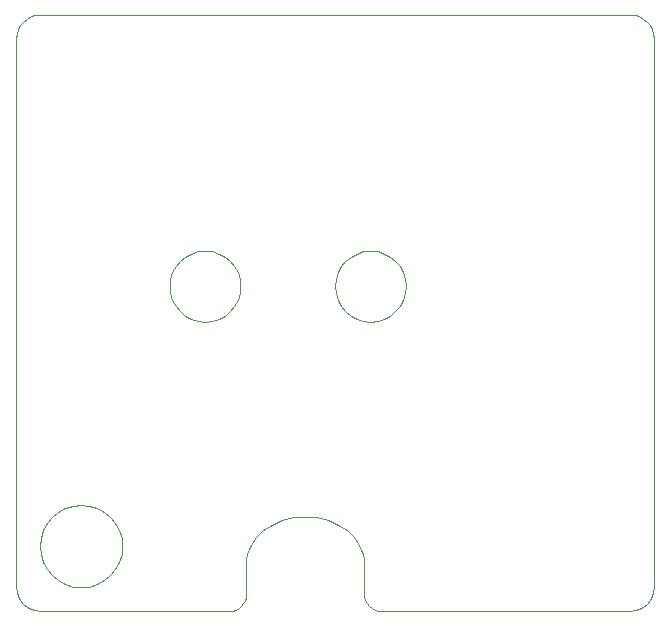
<source format=gbr>
%TF.GenerationSoftware,KiCad,Pcbnew,(5.1.12)-1*%
%TF.CreationDate,2022-08-25T11:39:19-06:00*%
%TF.ProjectId,SpritePCB,53707269-7465-4504-9342-2e6b69636164,rev?*%
%TF.SameCoordinates,Original*%
%TF.FileFunction,Profile,NP*%
%FSLAX46Y46*%
G04 Gerber Fmt 4.6, Leading zero omitted, Abs format (unit mm)*
G04 Created by KiCad (PCBNEW (5.1.12)-1) date 2022-08-25 11:39:19*
%MOMM*%
%LPD*%
G01*
G04 APERTURE LIST*
%TA.AperFunction,Profile*%
%ADD10C,0.018000*%
%TD*%
G04 APERTURE END LIST*
D10*
X45999960Y-59453700D02*
X45999960Y-59453700D01*
X45395678Y-59514700D02*
X45999960Y-59453700D01*
X44832699Y-59689633D02*
X45395678Y-59514700D01*
X44323125Y-59966391D02*
X44832699Y-59689633D01*
X43879061Y-60332872D02*
X44323125Y-59966391D01*
X43512609Y-60776969D02*
X43879061Y-60332872D01*
X43235873Y-61286578D02*
X43512609Y-60776969D01*
X43060955Y-61849593D02*
X43235873Y-61286578D01*
X42999960Y-62453910D02*
X43060955Y-61849593D01*
X43060955Y-63058200D02*
X42999960Y-62453910D01*
X43235873Y-63621183D02*
X43060955Y-63058200D01*
X43512609Y-64130757D02*
X43235873Y-63621183D01*
X43879061Y-64574819D02*
X43512609Y-64130757D01*
X44323125Y-64941268D02*
X43879061Y-64574819D01*
X44832699Y-65218001D02*
X44323125Y-64941268D01*
X45395678Y-65392915D02*
X44832699Y-65218001D01*
X45999960Y-65453910D02*
X45395678Y-65392915D01*
X46604241Y-65392915D02*
X45999960Y-65453910D01*
X47167220Y-65218001D02*
X46604241Y-65392915D01*
X47676794Y-64941268D02*
X47167220Y-65218001D01*
X48120858Y-64574819D02*
X47676794Y-64941268D01*
X48487310Y-64130757D02*
X48120858Y-64574819D01*
X48764046Y-63621183D02*
X48487310Y-64130757D01*
X48938964Y-63058200D02*
X48764046Y-63621183D01*
X48999960Y-62453910D02*
X48938964Y-63058200D01*
X48938964Y-61849593D02*
X48999960Y-62453910D01*
X48764046Y-61286578D02*
X48938964Y-61849593D01*
X48487310Y-60776969D02*
X48764046Y-61286578D01*
X48120858Y-60332872D02*
X48487310Y-60776969D01*
X47676794Y-59966391D02*
X48120858Y-60332872D01*
X47167220Y-59689633D02*
X47676794Y-59966391D01*
X46604241Y-59514700D02*
X47167220Y-59689633D01*
X45999960Y-59453700D02*
X46604241Y-59514700D01*
X60000000Y-59453700D02*
X60000000Y-59453700D01*
X59395718Y-59514700D02*
X60000000Y-59453700D01*
X58832739Y-59689633D02*
X59395718Y-59514700D01*
X58323165Y-59966391D02*
X58832739Y-59689633D01*
X57879101Y-60332872D02*
X58323165Y-59966391D01*
X57512649Y-60776969D02*
X57879101Y-60332872D01*
X57235913Y-61286578D02*
X57512649Y-60776969D01*
X57060995Y-61849593D02*
X57235913Y-61286578D01*
X57000000Y-62453910D02*
X57060995Y-61849593D01*
X57060995Y-63058200D02*
X57000000Y-62453910D01*
X57235913Y-63621183D02*
X57060995Y-63058200D01*
X57512649Y-64130757D02*
X57235913Y-63621183D01*
X57879101Y-64574819D02*
X57512649Y-64130757D01*
X58323165Y-64941268D02*
X57879101Y-64574819D01*
X58832739Y-65218001D02*
X58323165Y-64941268D01*
X59395718Y-65392915D02*
X58832739Y-65218001D01*
X60000000Y-65453910D02*
X59395718Y-65392915D01*
X60604273Y-65392915D02*
X60000000Y-65453910D01*
X61167248Y-65218001D02*
X60604273Y-65392915D01*
X61676821Y-64941268D02*
X61167248Y-65218001D01*
X62120887Y-64574819D02*
X61676821Y-64941268D01*
X62487342Y-64130757D02*
X62120887Y-64574819D01*
X62764082Y-63621183D02*
X62487342Y-64130757D01*
X62939003Y-63058200D02*
X62764082Y-63621183D01*
X63000000Y-62453910D02*
X62939003Y-63058200D01*
X62939003Y-61849593D02*
X63000000Y-62453910D01*
X62764082Y-61286578D02*
X62939003Y-61849593D01*
X62487342Y-60776969D02*
X62764082Y-61286578D01*
X62120887Y-60332872D02*
X62487342Y-60776969D01*
X61676821Y-59966391D02*
X62120887Y-60332872D01*
X61167248Y-59689633D02*
X61676821Y-59966391D01*
X60604273Y-59514700D02*
X61167248Y-59689633D01*
X60000000Y-59453700D02*
X60604273Y-59514700D01*
X35500020Y-80953830D02*
X35500020Y-80953830D01*
X34795002Y-81024993D02*
X35500020Y-80953830D01*
X34138179Y-81229070D02*
X34795002Y-81024993D01*
X33543672Y-81551937D02*
X34138179Y-81229070D01*
X33025597Y-81979473D02*
X33543672Y-81551937D01*
X32598074Y-82497557D02*
X33025597Y-81979473D01*
X32275220Y-83092065D02*
X32598074Y-82497557D01*
X32071154Y-83748877D02*
X32275220Y-83092065D01*
X31999995Y-84453870D02*
X32071154Y-83748877D01*
X32071154Y-85158862D02*
X31999995Y-84453870D01*
X32275220Y-85815671D02*
X32071154Y-85158862D01*
X32598074Y-86410177D02*
X32275220Y-85815671D01*
X33025597Y-86928257D02*
X32598074Y-86410177D01*
X33543672Y-87355790D02*
X33025597Y-86928257D01*
X34138179Y-87678654D02*
X33543672Y-87355790D01*
X34795002Y-87882729D02*
X34138179Y-87678654D01*
X35500020Y-87953892D02*
X34795002Y-87882729D01*
X36205008Y-87882729D02*
X35500020Y-87953892D01*
X36861810Y-87678654D02*
X36205008Y-87882729D01*
X37456304Y-87355790D02*
X36861810Y-87678654D01*
X37974371Y-86928257D02*
X37456304Y-87355790D01*
X38401890Y-86410177D02*
X37974371Y-86928257D01*
X38724744Y-85815671D02*
X38401890Y-86410177D01*
X38928810Y-85158862D02*
X38724744Y-85815671D01*
X38999970Y-84453870D02*
X38928810Y-85158862D01*
X38928810Y-83748877D02*
X38999970Y-84453870D01*
X38724744Y-83092065D02*
X38928810Y-83748877D01*
X38401890Y-82497557D02*
X38724744Y-83092065D01*
X37974371Y-81979473D02*
X38401890Y-82497557D01*
X37456304Y-81551937D02*
X37974371Y-81979473D01*
X36861810Y-81229070D02*
X37456304Y-81551937D01*
X36205008Y-81024993D02*
X36861810Y-81229070D01*
X35500020Y-80953830D02*
X36205008Y-81024993D01*
X49473330Y-88502784D02*
X49473330Y-88502784D01*
X49473330Y-85955160D02*
X49473330Y-88502784D01*
X49473389Y-85929330D02*
X49473330Y-85955160D01*
X49502180Y-85522992D02*
X49473389Y-85929330D01*
X49580378Y-85128423D02*
X49502180Y-85522992D01*
X49705493Y-84747619D02*
X49580378Y-85128423D01*
X49875035Y-84382571D02*
X49705493Y-84747619D01*
X50337446Y-83707717D02*
X49875035Y-84382571D01*
X50947691Y-83119807D02*
X50337446Y-83707717D01*
X51685852Y-82634787D02*
X50947691Y-83119807D01*
X52532013Y-82268602D02*
X51685852Y-82634787D01*
X53466254Y-82037198D02*
X52532013Y-82268602D01*
X54468660Y-81956520D02*
X53466254Y-82037198D01*
X55474863Y-82037818D02*
X54468660Y-81956520D01*
X56412289Y-82270959D02*
X55474863Y-82037818D01*
X57260785Y-82639812D02*
X56412289Y-82270959D01*
X58000200Y-83128245D02*
X57260785Y-82639812D01*
X58610379Y-83720127D02*
X58000200Y-83128245D01*
X59071172Y-84399328D02*
X58610379Y-83720127D01*
X59239251Y-84766632D02*
X59071172Y-84399328D01*
X59362427Y-85149716D02*
X59239251Y-84766632D01*
X59438179Y-85546564D02*
X59362427Y-85149716D01*
X59463990Y-85955160D02*
X59438179Y-85546564D01*
X59463990Y-88453848D02*
X59463990Y-85955160D01*
X59494466Y-88756161D02*
X59463990Y-88453848D01*
X59581871Y-89037736D02*
X59494466Y-88756161D01*
X59720171Y-89292539D02*
X59581871Y-89037736D01*
X59903332Y-89514540D02*
X59720171Y-89292539D01*
X60125320Y-89697706D02*
X59903332Y-89514540D01*
X60380100Y-89836007D02*
X60125320Y-89697706D01*
X60661638Y-89923411D02*
X60380100Y-89836007D01*
X60963900Y-89953886D02*
X60661638Y-89923411D01*
X81980100Y-89953886D02*
X60963900Y-89953886D01*
X82386962Y-89912814D02*
X81980100Y-89953886D01*
X82766015Y-89795033D02*
X82386962Y-89912814D01*
X83109111Y-89608691D02*
X82766015Y-89795033D01*
X83408100Y-89361939D02*
X83109111Y-89608691D01*
X83654832Y-89062926D02*
X83408100Y-89361939D01*
X83841159Y-88719803D02*
X83654832Y-89062926D01*
X83958931Y-88340719D02*
X83841159Y-88719803D01*
X84000000Y-87933825D02*
X83958931Y-88340719D01*
X84000000Y-41473800D02*
X84000000Y-87933825D01*
X83958931Y-41066937D02*
X84000000Y-41473800D01*
X83841159Y-40687884D02*
X83958931Y-41066937D01*
X83654832Y-40344788D02*
X83841159Y-40687884D01*
X83408100Y-40045800D02*
X83654832Y-40344788D01*
X83109111Y-39799067D02*
X83408100Y-40045800D01*
X82766015Y-39612740D02*
X83109111Y-39799067D01*
X82386962Y-39494968D02*
X82766015Y-39612740D01*
X81980100Y-39453900D02*
X82386962Y-39494968D01*
X32019975Y-39453900D02*
X81980100Y-39453900D01*
X31613108Y-39494968D02*
X32019975Y-39453900D01*
X31234046Y-39612740D02*
X31613108Y-39494968D01*
X30890938Y-39799067D02*
X31234046Y-39612740D01*
X30591936Y-40045800D02*
X30890938Y-39799067D01*
X30345190Y-40344788D02*
X30591936Y-40045800D01*
X30158851Y-40687884D02*
X30345190Y-40344788D01*
X30041071Y-41066937D02*
X30158851Y-40687884D01*
X30000000Y-41473800D02*
X30041071Y-41066937D01*
X30000000Y-87933825D02*
X30000000Y-41473800D01*
X30041071Y-88340719D02*
X30000000Y-87933825D01*
X30158851Y-88719803D02*
X30041071Y-88340719D01*
X30345190Y-89062926D02*
X30158851Y-88719803D01*
X30591936Y-89361939D02*
X30345190Y-89062926D01*
X30890938Y-89608691D02*
X30591936Y-89361939D01*
X31234046Y-89795033D02*
X30890938Y-89608691D01*
X31613108Y-89912814D02*
X31234046Y-89795033D01*
X32019975Y-89953886D02*
X31613108Y-89912814D01*
X48022290Y-89953886D02*
X32019975Y-89953886D01*
X48314726Y-89924406D02*
X48022290Y-89953886D01*
X48587101Y-89839856D02*
X48314726Y-89924406D01*
X48833581Y-89706069D02*
X48587101Y-89839856D01*
X49048331Y-89528881D02*
X48833581Y-89706069D01*
X49225515Y-89314124D02*
X49048331Y-89528881D01*
X49359300Y-89067633D02*
X49225515Y-89314124D01*
X49443850Y-88795241D02*
X49359300Y-89067633D01*
X49473330Y-88502784D02*
X49443850Y-88795241D01*
M02*

</source>
